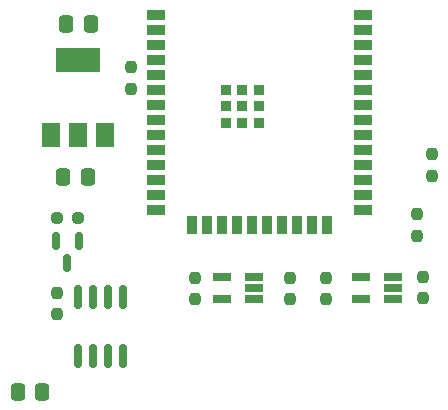
<source format=gtp>
%TF.GenerationSoftware,KiCad,Pcbnew,7.0.1*%
%TF.CreationDate,2023-05-02T23:50:35+02:00*%
%TF.ProjectId,espilepsy,65737069-6c65-4707-9379-2e6b69636164,rev?*%
%TF.SameCoordinates,Original*%
%TF.FileFunction,Paste,Top*%
%TF.FilePolarity,Positive*%
%FSLAX46Y46*%
G04 Gerber Fmt 4.6, Leading zero omitted, Abs format (unit mm)*
G04 Created by KiCad (PCBNEW 7.0.1) date 2023-05-02 23:50:35*
%MOMM*%
%LPD*%
G01*
G04 APERTURE LIST*
G04 Aperture macros list*
%AMRoundRect*
0 Rectangle with rounded corners*
0 $1 Rounding radius*
0 $2 $3 $4 $5 $6 $7 $8 $9 X,Y pos of 4 corners*
0 Add a 4 corners polygon primitive as box body*
4,1,4,$2,$3,$4,$5,$6,$7,$8,$9,$2,$3,0*
0 Add four circle primitives for the rounded corners*
1,1,$1+$1,$2,$3*
1,1,$1+$1,$4,$5*
1,1,$1+$1,$6,$7*
1,1,$1+$1,$8,$9*
0 Add four rect primitives between the rounded corners*
20,1,$1+$1,$2,$3,$4,$5,0*
20,1,$1+$1,$4,$5,$6,$7,0*
20,1,$1+$1,$6,$7,$8,$9,0*
20,1,$1+$1,$8,$9,$2,$3,0*%
G04 Aperture macros list end*
%ADD10RoundRect,0.150000X-0.150000X0.587500X-0.150000X-0.587500X0.150000X-0.587500X0.150000X0.587500X0*%
%ADD11RoundRect,0.237500X0.237500X-0.250000X0.237500X0.250000X-0.237500X0.250000X-0.237500X-0.250000X0*%
%ADD12RoundRect,0.250000X0.337500X0.475000X-0.337500X0.475000X-0.337500X-0.475000X0.337500X-0.475000X0*%
%ADD13RoundRect,0.237500X-0.237500X0.250000X-0.237500X-0.250000X0.237500X-0.250000X0.237500X0.250000X0*%
%ADD14R,1.500000X0.900000*%
%ADD15R,0.900000X1.500000*%
%ADD16R,0.900000X0.900000*%
%ADD17R,1.500000X2.000000*%
%ADD18R,3.800000X2.000000*%
%ADD19R,1.560000X0.650000*%
%ADD20RoundRect,0.237500X0.250000X0.237500X-0.250000X0.237500X-0.250000X-0.237500X0.250000X-0.237500X0*%
%ADD21RoundRect,0.150000X-0.150000X0.825000X-0.150000X-0.825000X0.150000X-0.825000X0.150000X0.825000X0*%
G04 APERTURE END LIST*
D10*
%TO.C,Q1*%
X57187500Y-77119000D03*
X55287500Y-77119000D03*
X56237500Y-78994000D03*
%TD*%
D11*
%TO.C,R9*%
X86360000Y-82009000D03*
X86360000Y-80184000D03*
%TD*%
%TO.C,R8*%
X75057000Y-82089000D03*
X75057000Y-80264000D03*
%TD*%
D12*
%TO.C,C2*%
X57955000Y-71755000D03*
X55880000Y-71755000D03*
%TD*%
%TO.C,C1*%
X58209000Y-58801000D03*
X56134000Y-58801000D03*
%TD*%
D13*
%TO.C,R7*%
X67056000Y-80264000D03*
X67056000Y-82089000D03*
%TD*%
D14*
%TO.C,U3*%
X63780000Y-58039000D03*
X63780000Y-59309000D03*
X63780000Y-60579000D03*
X63780000Y-61849000D03*
X63780000Y-63119000D03*
X63780000Y-64389000D03*
X63780000Y-65659000D03*
X63780000Y-66929000D03*
X63780000Y-68199000D03*
X63780000Y-69469000D03*
X63780000Y-70739000D03*
X63780000Y-72009000D03*
X63780000Y-73279000D03*
X63780000Y-74549000D03*
D15*
X66820000Y-75799000D03*
X68090000Y-75799000D03*
X69360000Y-75799000D03*
X70630000Y-75799000D03*
X71900000Y-75799000D03*
X73170000Y-75799000D03*
X74440000Y-75799000D03*
X75710000Y-75799000D03*
X76980000Y-75799000D03*
X78250000Y-75799000D03*
D14*
X81280000Y-74549000D03*
X81280000Y-73279000D03*
X81280000Y-72009000D03*
X81280000Y-70739000D03*
X81280000Y-69469000D03*
X81280000Y-68199000D03*
X81280000Y-66929000D03*
X81280000Y-65659000D03*
X81280000Y-64389000D03*
X81280000Y-63119000D03*
X81280000Y-61849000D03*
X81280000Y-60579000D03*
X81280000Y-59309000D03*
X81280000Y-58039000D03*
D16*
X69630000Y-64359000D03*
X69630000Y-65759000D03*
X69630000Y-67159000D03*
X71030000Y-64359000D03*
X71030000Y-65759000D03*
X71030000Y-67159000D03*
X72430000Y-64359000D03*
X72430000Y-65759000D03*
X72430000Y-67159000D03*
%TD*%
D17*
%TO.C,U1*%
X54850000Y-68149000D03*
X57150000Y-68149000D03*
D18*
X57150000Y-61849000D03*
D17*
X59450000Y-68149000D03*
%TD*%
D19*
%TO.C,U4*%
X72042000Y-82089000D03*
X72042000Y-81139000D03*
X72042000Y-80189000D03*
X69342000Y-80189000D03*
X69342000Y-82089000D03*
%TD*%
D20*
%TO.C,R4*%
X57150000Y-75184000D03*
X55325000Y-75184000D03*
%TD*%
D11*
%TO.C,R5*%
X55372000Y-83359000D03*
X55372000Y-81534000D03*
%TD*%
D12*
%TO.C,C3*%
X54102000Y-89916000D03*
X52027000Y-89916000D03*
%TD*%
D11*
%TO.C,R1*%
X61595000Y-64262000D03*
X61595000Y-62437000D03*
%TD*%
D19*
%TO.C,U2*%
X83820000Y-82084000D03*
X83820000Y-81134000D03*
X83820000Y-80184000D03*
X81120000Y-80184000D03*
X81120000Y-82084000D03*
%TD*%
D13*
%TO.C,R10*%
X85852000Y-74883000D03*
X85852000Y-76708000D03*
%TD*%
D21*
%TO.C,Q2*%
X60960000Y-81918000D03*
X59690000Y-81918000D03*
X58420000Y-81918000D03*
X57150000Y-81918000D03*
X57150000Y-86868000D03*
X58420000Y-86868000D03*
X59690000Y-86868000D03*
X60960000Y-86868000D03*
%TD*%
D13*
%TO.C,R6*%
X78105000Y-80264000D03*
X78105000Y-82089000D03*
%TD*%
%TO.C,R11*%
X87122000Y-69803000D03*
X87122000Y-71628000D03*
%TD*%
M02*

</source>
